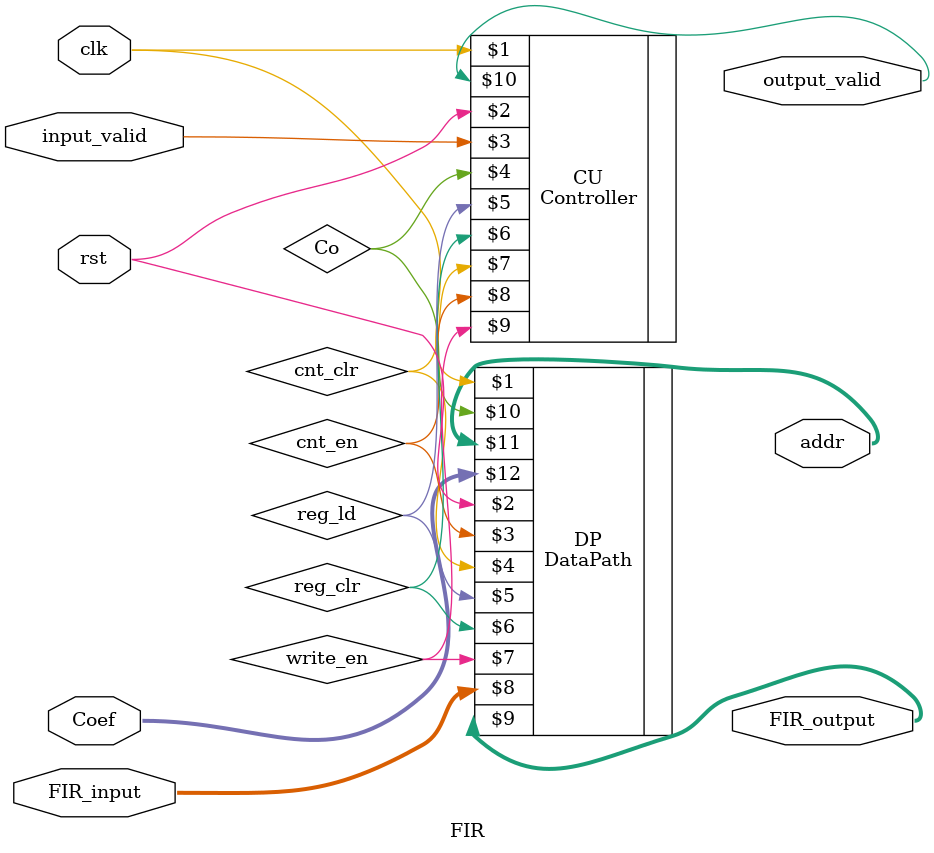
<source format=sv>
module FIR #(parameter DEPTH = 100, parameter WIDTH_IN = 16, parameter WIDTH_OUT = 38) (clk, rst, FIR_input, input_valid, addr, FIR_output, output_valid, Coef);
  input clk, rst, input_valid;
  output output_valid;
  input [WIDTH_IN - 1 : 0] Coef;
  input [WIDTH_IN - 1 : 0] FIR_input;
  output [WIDTH_OUT - 1 : 0] FIR_output;
  output [5 : 0] addr;
  
  wire cnt_en, cnt_clr, reg_ld, reg_clr, write_en, Co;
  
  DataPath #(DEPTH, WIDTH_IN, WIDTH_OUT) DP(clk, rst, cnt_en, cnt_clr, reg_ld, reg_clr, write_en, FIR_input, FIR_output, Co, addr, Coef);
  Controller CU(clk, rst, input_valid, Co, reg_ld, reg_clr, cnt_clr, cnt_en, write_en, output_valid);
endmodule

</source>
